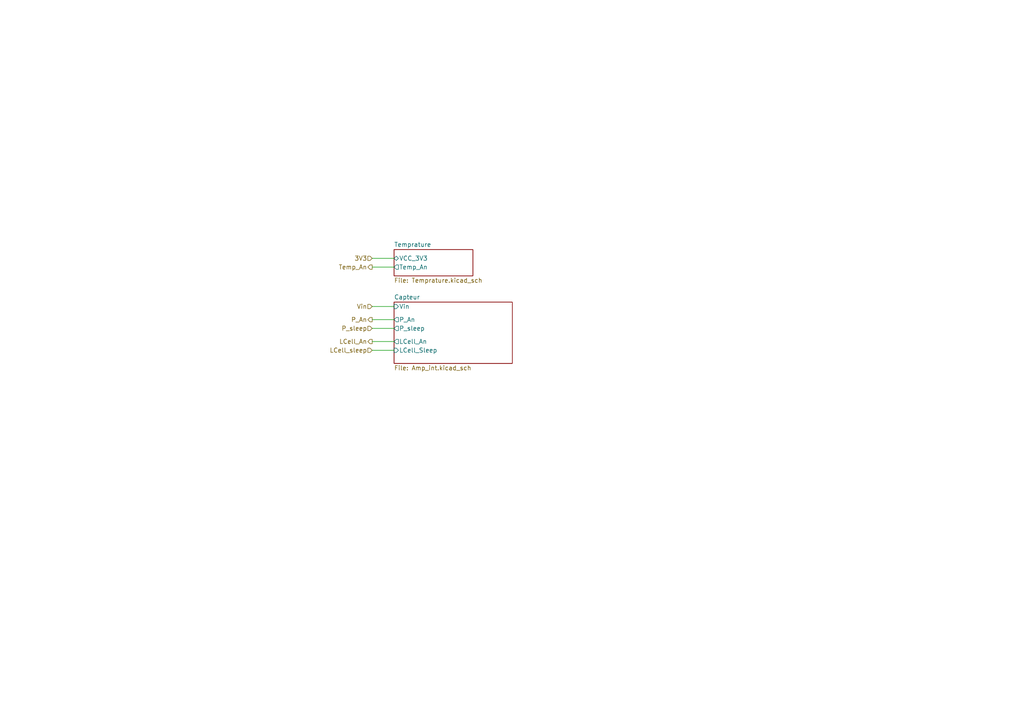
<source format=kicad_sch>
(kicad_sch
	(version 20250114)
	(generator "eeschema")
	(generator_version "9.0")
	(uuid "b2b336c5-37fd-42c9-9c4d-0d347dc48289")
	(paper "A4")
	(lib_symbols)
	(wire
		(pts
			(xy 107.95 92.71) (xy 114.3 92.71)
		)
		(stroke
			(width 0)
			(type default)
		)
		(uuid "1520ea14-72d0-495b-ac31-b53b75f66a68")
	)
	(wire
		(pts
			(xy 107.95 99.06) (xy 114.3 99.06)
		)
		(stroke
			(width 0)
			(type default)
		)
		(uuid "78361835-5cb7-4843-b039-cc4a9ce8ec3e")
	)
	(wire
		(pts
			(xy 107.95 74.93) (xy 114.3 74.93)
		)
		(stroke
			(width 0)
			(type default)
		)
		(uuid "bb0ea673-356a-4489-ac96-a812881e2e75")
	)
	(wire
		(pts
			(xy 107.95 77.47) (xy 114.3 77.47)
		)
		(stroke
			(width 0)
			(type default)
		)
		(uuid "cb48b2c7-ccde-42df-a15c-8e415a60025b")
	)
	(wire
		(pts
			(xy 107.95 95.25) (xy 114.3 95.25)
		)
		(stroke
			(width 0)
			(type default)
		)
		(uuid "d8064959-55d0-46f7-b117-275c292eeedd")
	)
	(wire
		(pts
			(xy 107.95 88.9) (xy 114.3 88.9)
		)
		(stroke
			(width 0)
			(type default)
		)
		(uuid "e384af71-4d25-401a-8b33-d62a4f41a1f1")
	)
	(wire
		(pts
			(xy 107.95 101.6) (xy 114.3 101.6)
		)
		(stroke
			(width 0)
			(type default)
		)
		(uuid "eec1dce0-5aad-458b-9ec4-f51af453f7b9")
	)
	(hierarchical_label "LCell_An"
		(shape output)
		(at 107.95 99.06 180)
		(effects
			(font
				(size 1.27 1.27)
			)
			(justify right)
		)
		(uuid "1aab1be1-3325-4ed6-a3c6-b1e48c0f79a3")
	)
	(hierarchical_label "LCell_sleep"
		(shape input)
		(at 107.95 101.6 180)
		(effects
			(font
				(size 1.27 1.27)
			)
			(justify right)
		)
		(uuid "35dab525-5e43-4a4f-b70d-86f37e409205")
	)
	(hierarchical_label "P_sleep"
		(shape input)
		(at 107.95 95.25 180)
		(effects
			(font
				(size 1.27 1.27)
			)
			(justify right)
		)
		(uuid "847d32c4-c665-40e2-bf86-c466015a61e1")
	)
	(hierarchical_label "3V3"
		(shape input)
		(at 107.95 74.93 180)
		(effects
			(font
				(size 1.27 1.27)
			)
			(justify right)
		)
		(uuid "9a15f3b5-5bdc-4e5a-b0dc-f8223ca30020")
	)
	(hierarchical_label "Vin"
		(shape input)
		(at 107.95 88.9 180)
		(effects
			(font
				(size 1.27 1.27)
			)
			(justify right)
		)
		(uuid "b0ecffa2-bc6f-441b-8342-5d7fdacb4f8c")
	)
	(hierarchical_label "Temp_An"
		(shape output)
		(at 107.95 77.47 180)
		(effects
			(font
				(size 1.27 1.27)
			)
			(justify right)
		)
		(uuid "d773581f-421c-4d44-85c9-f564d068f708")
	)
	(hierarchical_label "P_An"
		(shape output)
		(at 107.95 92.71 180)
		(effects
			(font
				(size 1.27 1.27)
			)
			(justify right)
		)
		(uuid "dcb06ada-5484-43b0-8738-c0f132871a76")
	)
	(sheet
		(at 114.3 87.63)
		(size 34.29 17.78)
		(exclude_from_sim no)
		(in_bom yes)
		(on_board yes)
		(dnp no)
		(fields_autoplaced yes)
		(stroke
			(width 0.1524)
			(type solid)
		)
		(fill
			(color 0 0 0 0.0000)
		)
		(uuid "09f92f65-d9a0-419a-bd60-b582cdba10b2")
		(property "Sheetname" "Capteur"
			(at 114.3 86.9184 0)
			(effects
				(font
					(size 1.27 1.27)
				)
				(justify left bottom)
			)
		)
		(property "Sheetfile" "Amp_int.kicad_sch"
			(at 114.3 105.9946 0)
			(effects
				(font
					(size 1.27 1.27)
				)
				(justify left top)
			)
		)
		(pin "LCell_An" output
			(at 114.3 99.06 180)
			(uuid "78f5917a-94e6-4b1f-880e-641be8aae9bb")
			(effects
				(font
					(size 1.27 1.27)
				)
				(justify left)
			)
		)
		(pin "LCell_Sleep" input
			(at 114.3 101.6 180)
			(uuid "7776e375-bec7-4efc-aced-332e26f0d6c9")
			(effects
				(font
					(size 1.27 1.27)
				)
				(justify left)
			)
		)
		(pin "Vin" input
			(at 114.3 88.9 180)
			(uuid "3f6eefb5-391c-4f9f-8eae-fbc46428f06c")
			(effects
				(font
					(size 1.27 1.27)
				)
				(justify left)
			)
		)
		(pin "P_An" output
			(at 114.3 92.71 180)
			(uuid "90ac1c7d-423e-4df4-8b56-ee54b5233802")
			(effects
				(font
					(size 1.27 1.27)
				)
				(justify left)
			)
		)
		(pin "P_sleep" output
			(at 114.3 95.25 180)
			(uuid "611d48bd-335a-4287-a0be-8a023813d481")
			(effects
				(font
					(size 1.27 1.27)
				)
				(justify left)
			)
		)
		(instances
			(project "PCB_GSE"
				(path "/a63f9ed4-21e4-42d0-8bfc-f96143f84d4d/28a78b8b-e5a8-4a24-b203-36221eb768f9"
					(page "10")
				)
			)
		)
	)
	(sheet
		(at 114.3 72.39)
		(size 22.86 7.62)
		(exclude_from_sim no)
		(in_bom yes)
		(on_board yes)
		(dnp no)
		(fields_autoplaced yes)
		(stroke
			(width 0.1524)
			(type solid)
		)
		(fill
			(color 0 0 0 0.0000)
		)
		(uuid "f942d43c-804f-4af2-913b-e91749a33fdb")
		(property "Sheetname" "Temprature"
			(at 114.3 71.6784 0)
			(effects
				(font
					(size 1.27 1.27)
				)
				(justify left bottom)
			)
		)
		(property "Sheetfile" "Temprature.kicad_sch"
			(at 114.3 80.5946 0)
			(effects
				(font
					(size 1.27 1.27)
				)
				(justify left top)
			)
		)
		(pin "Temp_An" output
			(at 114.3 77.47 180)
			(uuid "c140cdda-2a10-4b4e-ad51-f5741e5dc7f1")
			(effects
				(font
					(size 1.27 1.27)
				)
				(justify left)
			)
		)
		(pin "VCC_3V3" bidirectional
			(at 114.3 74.93 180)
			(uuid "03864fe6-a0d7-40e1-8821-2146a7ae947d")
			(effects
				(font
					(size 1.27 1.27)
				)
				(justify left)
			)
		)
		(instances
			(project "PCB_GSE"
				(path "/a63f9ed4-21e4-42d0-8bfc-f96143f84d4d/28a78b8b-e5a8-4a24-b203-36221eb768f9"
					(page "12")
				)
			)
		)
	)
)

</source>
